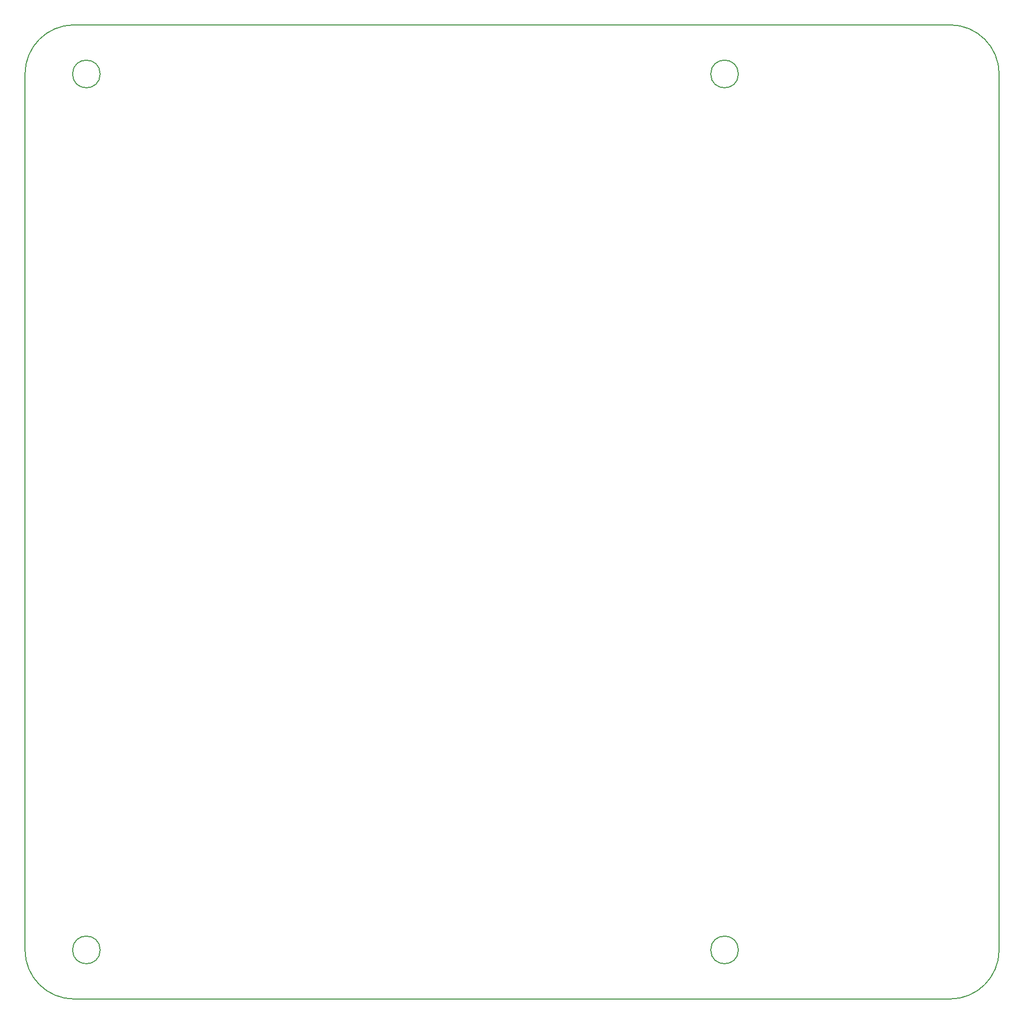
<source format=gbr>
%TF.GenerationSoftware,KiCad,Pcbnew,5.1.10-88a1d61d58~88~ubuntu20.04.1*%
%TF.CreationDate,2022-03-23T18:39:57-04:00*%
%TF.ProjectId,service_section_controller,73657276-6963-4655-9f73-656374696f6e,1.0*%
%TF.SameCoordinates,Original*%
%TF.FileFunction,Profile,NP*%
%FSLAX46Y46*%
G04 Gerber Fmt 4.6, Leading zero omitted, Abs format (unit mm)*
G04 Created by KiCad (PCBNEW 5.1.10-88a1d61d58~88~ubuntu20.04.1) date 2022-03-23 18:39:57*
%MOMM*%
%LPD*%
G01*
G04 APERTURE LIST*
%TA.AperFunction,Profile*%
%ADD10C,0.200000*%
%TD*%
G04 APERTURE END LIST*
D10*
X277369000Y-44449000D02*
G75*
G02*
X285369000Y-52449000I0J-8000000D01*
G01*
X242869000Y-52449000D02*
G75*
G03*
X242869000Y-52449000I-2250000J0D01*
G01*
X242869000Y-195199000D02*
G75*
G03*
X242869000Y-195199000I-2250000J0D01*
G01*
X285369000Y-195199000D02*
G75*
G02*
X277369000Y-203199000I-8000000J0D01*
G01*
X134619000Y-203199000D02*
G75*
G02*
X126619000Y-195199000I0J8000000D01*
G01*
X138869000Y-52449000D02*
G75*
G03*
X138869000Y-52449000I-2250000J0D01*
G01*
X138869000Y-195199000D02*
G75*
G03*
X138869000Y-195199000I-2250000J0D01*
G01*
X126619000Y-52449000D02*
G75*
G02*
X134619000Y-44449000I8000000J0D01*
G01*
X134619000Y-203199000D02*
X277369000Y-203199000D01*
X277369000Y-44449000D02*
X134619000Y-44449000D01*
X126619000Y-52449000D02*
X126619000Y-195199000D01*
X285369000Y-195199000D02*
X285369000Y-52449000D01*
M02*

</source>
